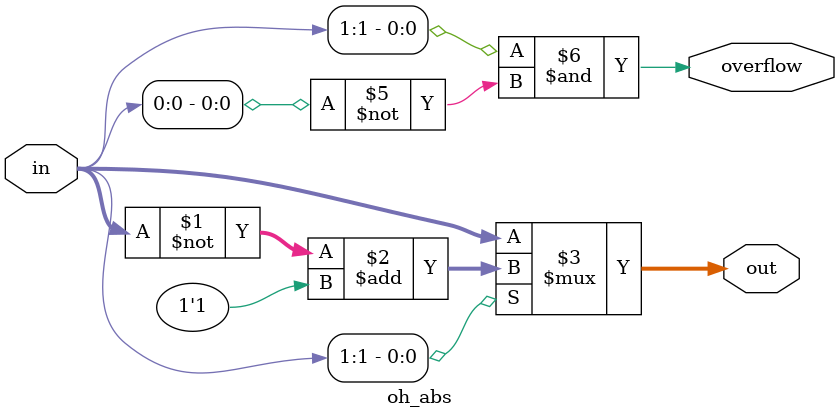
<source format=v>

module oh_abs #(parameter DW = 2) // data width
   (
    input [DW-1:0]  in, //input operand
    output [DW-1:0] out, //out = abs(in) (signed two's complement)
    output 	    overflow  //high for max negative #
    );
   
   assign out[DW-1:0] = in[DW-1] ? ~in[DW-1:0] + 1'b1 :
			            in[DW-1:0];

   assign overflow = in[DW-1] & ~(|in[DW-2:0]);

endmodule // oh_abs


</source>
